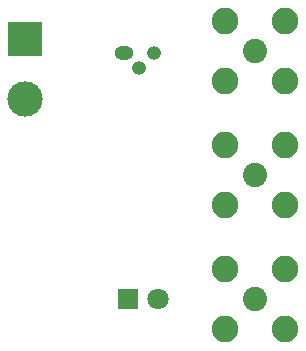
<source format=gbr>
%TF.GenerationSoftware,KiCad,Pcbnew,8.0.2*%
%TF.CreationDate,2025-01-11T01:25:54-03:00*%
%TF.ProjectId,PD,50442e6b-6963-4616-945f-706362585858,rev?*%
%TF.SameCoordinates,Original*%
%TF.FileFunction,Soldermask,Bot*%
%TF.FilePolarity,Negative*%
%FSLAX46Y46*%
G04 Gerber Fmt 4.6, Leading zero omitted, Abs format (unit mm)*
G04 Created by KiCad (PCBNEW 8.0.2) date 2025-01-11 01:25:54*
%MOMM*%
%LPD*%
G01*
G04 APERTURE LIST*
%ADD10O,1.600000X1.200000*%
%ADD11O,1.200000X1.200000*%
%ADD12R,1.800000X1.800000*%
%ADD13C,1.800000*%
%ADD14R,3.000000X3.000000*%
%ADD15C,3.000000*%
%ADD16C,2.050000*%
%ADD17C,2.250000*%
G04 APERTURE END LIST*
D10*
%TO.C,D1*%
X114414724Y-67184724D03*
D11*
X115684724Y-68454724D03*
X116954724Y-67184724D03*
%TD*%
D12*
%TO.C,D3*%
X114725000Y-88000000D03*
D13*
X117265000Y-88000000D03*
%TD*%
D14*
%TO.C,J5*%
X106000000Y-66000000D03*
D15*
X106000000Y-71080000D03*
%TD*%
D16*
%TO.C,J4*%
X125500000Y-88000000D03*
D17*
X128040000Y-90540000D03*
X128040000Y-85460000D03*
X122960000Y-90540000D03*
X122960000Y-85460000D03*
%TD*%
D16*
%TO.C,J2*%
X125500000Y-67000000D03*
D17*
X128040000Y-69540000D03*
X128040000Y-64460000D03*
X122960000Y-69540000D03*
X122960000Y-64460000D03*
%TD*%
D16*
%TO.C,J3*%
X125500000Y-77500000D03*
D17*
X128040000Y-80040000D03*
X128040000Y-74960000D03*
X122960000Y-80040000D03*
X122960000Y-74960000D03*
%TD*%
M02*

</source>
